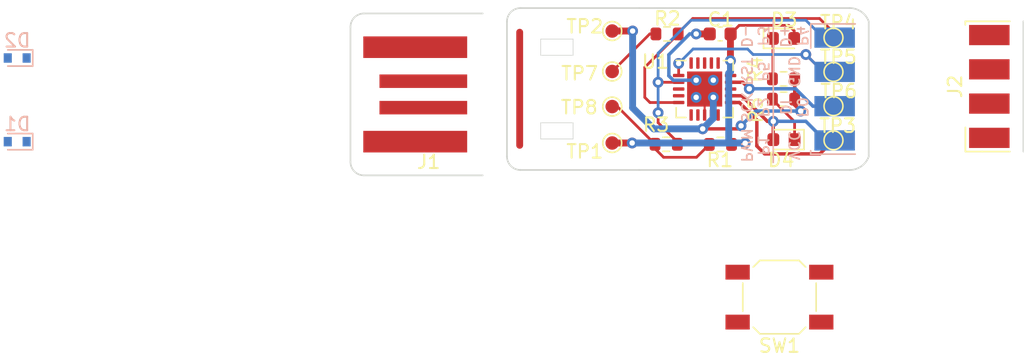
<source format=kicad_pcb>
(kicad_pcb (version 20171130) (host pcbnew "(5.1.9)-1")

  (general
    (thickness 1)
    (drawings 29)
    (tracks 134)
    (zones 0)
    (modules 23)
    (nets 26)
  )

  (page User 200 119.99)
  (title_block
    (title PCB_DigiSpark_MU_ALL)
    (company LEXSION.COM)
  )

  (layers
    (0 F.Cu signal)
    (31 B.Cu signal)
    (32 B.Adhes user)
    (33 F.Adhes user)
    (34 B.Paste user)
    (35 F.Paste user)
    (36 B.SilkS user)
    (37 F.SilkS user)
    (38 B.Mask user)
    (39 F.Mask user)
    (40 Dwgs.User user)
    (41 Cmts.User user)
    (42 Eco1.User user)
    (43 Eco2.User user)
    (44 Edge.Cuts user)
    (45 Margin user)
    (46 B.CrtYd user)
    (47 F.CrtYd user)
    (48 B.Fab user hide)
    (49 F.Fab user hide)
  )

  (setup
    (last_trace_width 0.25)
    (user_trace_width 0.1524)
    (user_trace_width 0.2032)
    (user_trace_width 0.254)
    (user_trace_width 0.508)
    (user_trace_width 0.6)
    (user_trace_width 0.8)
    (user_trace_width 1)
    (trace_clearance 0.2)
    (zone_clearance 0.508)
    (zone_45_only no)
    (trace_min 0.1524)
    (via_size 0.8)
    (via_drill 0.4)
    (via_min_size 0.4)
    (via_min_drill 0.3)
    (user_via 0.5 0.3)
    (user_via 0.6 0.35)
    (user_via 0.8 0.4)
    (uvia_size 0.3)
    (uvia_drill 0.1)
    (uvias_allowed no)
    (uvia_min_size 0.2)
    (uvia_min_drill 0.1)
    (edge_width 0.05)
    (segment_width 0.2)
    (pcb_text_width 0.3)
    (pcb_text_size 1.5 1.5)
    (mod_edge_width 0.12)
    (mod_text_size 1 1)
    (mod_text_width 0.15)
    (pad_size 1.524 1.524)
    (pad_drill 0.762)
    (pad_to_mask_clearance 0)
    (aux_axis_origin 0 0)
    (visible_elements 7FFFFFFF)
    (pcbplotparams
      (layerselection 0x010fc_ffffffff)
      (usegerberextensions false)
      (usegerberattributes true)
      (usegerberadvancedattributes true)
      (creategerberjobfile true)
      (excludeedgelayer true)
      (linewidth 0.100000)
      (plotframeref false)
      (viasonmask false)
      (mode 1)
      (useauxorigin false)
      (hpglpennumber 1)
      (hpglpenspeed 20)
      (hpglpendiameter 15.000000)
      (psnegative false)
      (psa4output false)
      (plotreference true)
      (plotvalue true)
      (plotinvisibletext false)
      (padsonsilk false)
      (subtractmaskfromsilk false)
      (outputformat 1)
      (mirror false)
      (drillshape 1)
      (scaleselection 1)
      (outputdirectory ""))
  )

  (net 0 "")
  (net 1 GND)
  (net 2 +5V)
  (net 3 /C_D-)
  (net 4 /C_D+)
  (net 5 "Net-(D3-Pad1)")
  (net 6 /MISO)
  (net 7 "Net-(D4-Pad1)")
  (net 8 /USB_D+)
  (net 9 /MOSI)
  (net 10 /SCK)
  (net 11 /RST)
  (net 12 /USB_D-)
  (net 13 "Net-(TP6-Pad1)")
  (net 14 "Net-(U1-Pad20)")
  (net 15 "Net-(U1-Pad19)")
  (net 16 "Net-(U1-Pad18)")
  (net 17 "Net-(U1-Pad17)")
  (net 18 "Net-(U1-Pad16)")
  (net 19 "Net-(U1-Pad13)")
  (net 20 "Net-(U1-Pad10)")
  (net 21 "Net-(U1-Pad9)")
  (net 22 "Net-(U1-Pad7)")
  (net 23 "Net-(U1-Pad6)")
  (net 24 "Net-(U1-Pad4)")
  (net 25 "Net-(U1-Pad3)")

  (net_class Default "This is the default net class."
    (clearance 0.2)
    (trace_width 0.25)
    (via_dia 0.8)
    (via_drill 0.4)
    (uvia_dia 0.3)
    (uvia_drill 0.1)
    (add_net +5V)
    (add_net /C_D+)
    (add_net /C_D-)
    (add_net /MISO)
    (add_net /MOSI)
    (add_net /RST)
    (add_net /SCK)
    (add_net /USB_D+)
    (add_net /USB_D-)
    (add_net GND)
    (add_net "Net-(D3-Pad1)")
    (add_net "Net-(D4-Pad1)")
    (add_net "Net-(TP6-Pad1)")
    (add_net "Net-(U1-Pad10)")
    (add_net "Net-(U1-Pad13)")
    (add_net "Net-(U1-Pad16)")
    (add_net "Net-(U1-Pad17)")
    (add_net "Net-(U1-Pad18)")
    (add_net "Net-(U1-Pad19)")
    (add_net "Net-(U1-Pad20)")
    (add_net "Net-(U1-Pad3)")
    (add_net "Net-(U1-Pad4)")
    (add_net "Net-(U1-Pad6)")
    (add_net "Net-(U1-Pad7)")
    (add_net "Net-(U1-Pad9)")
  )

  (module Lex_Connector_PCBEdge:PCBUSB_A_Male (layer F.Cu) (tedit 61758CCE) (tstamp 6176E78C)
    (at 100.7 38.9 180)
    (path /6175BA71)
    (attr virtual)
    (fp_text reference J1 (at 0 -5) (layer F.SilkS)
      (effects (font (size 1 1) (thickness 0.15)))
    )
    (fp_text value USB_A (at -5 0 90) (layer F.Fab)
      (effects (font (size 1 1) (thickness 0.15)))
    )
    (fp_line (start -4.2 6.2) (end -4.2 -6.2) (layer F.CrtYd) (width 0.12))
    (fp_line (start 6 6.2) (end -4.2 6.2) (layer F.CrtYd) (width 0.12))
    (fp_line (start 6 -6.2) (end 6 6.2) (layer F.CrtYd) (width 0.12))
    (fp_line (start -4.2 -6.2) (end 6 -6.2) (layer F.CrtYd) (width 0.12))
    (fp_line (start -4 -6) (end 4.8 -6) (layer Edge.Cuts) (width 0.12))
    (fp_line (start 5.8 -5) (end 5.8 5) (layer Edge.Cuts) (width 0.12))
    (fp_line (start 4.8 6) (end -4 6) (layer Edge.Cuts) (width 0.12))
    (fp_arc (start 4.8 5) (end 4.8 6) (angle -90) (layer Edge.Cuts) (width 0.12))
    (fp_arc (start 4.8 -5) (end 5.8 -5) (angle -90) (layer Edge.Cuts) (width 0.12))
    (pad 1 connect rect (at 1 -3.5 180) (size 7.7 1.6) (layers F.Cu F.Mask)
      (net 2 +5V))
    (pad 4 connect rect (at 1 3.5 180) (size 7.7 1.6) (layers F.Cu F.Mask)
      (net 1 GND))
    (pad 2 connect rect (at 0.4 -0.98 180) (size 6.5 1) (layers F.Cu F.Mask)
      (net 3 /C_D-))
    (pad 3 connect rect (at 0.4 0.98 180) (size 6.5 1) (layers F.Cu F.Mask)
      (net 4 /C_D+))
  )

  (module Lex_Connector_PCBEdge:Lex_Conn_Edge_2.54-4 (layer F.Cu) (tedit 6177593C) (tstamp 6176E79A)
    (at 139.964 38.31)
    (descr Lex_Conn_Edge_2.54-4)
    (path /617D0448)
    (attr smd)
    (fp_text reference J2 (at -0.254 0 90 unlocked) (layer F.SilkS)
      (effects (font (size 1 1) (thickness 0.15)))
    )
    (fp_text value Conn_01x04 (at -3.064 0 90 unlocked) (layer F.Fab)
      (effects (font (size 1 1) (thickness 0.15)))
    )
    (fp_line (start 4.81 -4.826) (end 4.81 4.826) (layer Edge.Cuts) (width 0.12))
    (fp_line (start 0.513 4.826) (end 0.513 3.038) (layer F.SilkS) (width 0.12))
    (fp_line (start 1.763 4.826) (end 0.513 4.826) (layer F.SilkS) (width 0.12))
    (fp_line (start 3.81 4.826) (end 1.763 4.826) (layer F.SilkS) (width 0.12))
    (fp_line (start 0.508 -4.826) (end 0.508 -4.572) (layer F.SilkS) (width 0.12))
    (fp_line (start 3.81 -4.826) (end 0.508 -4.826) (layer F.SilkS) (width 0.12))
    (pad 4 smd rect (at 2.286 3.81 270) (size 1.5 3) (layers F.Cu F.Paste F.Mask)
      (net 2 +5V))
    (pad 3 smd rect (at 2.286 1.27 270) (size 1.5 3) (layers F.Cu F.Paste F.Mask)
      (net 9 /MOSI))
    (pad 2 smd rect (at 2.286 -1.27 270) (size 1.5 3) (layers F.Cu F.Paste F.Mask)
      (net 1 GND))
    (pad 1 smd rect (at 2.286 -3.81 270) (size 1.5 3) (layers F.Cu F.Paste F.Mask)
      (net 8 /USB_D+))
  )

  (module Button_Switch_SMD:SW_SPST_SKQG_WithStem (layer F.Cu) (tedit 5ABAB6AF) (tstamp 6177CD43)
    (at 126.6952 53.9242 180)
    (descr "ALPS 5.2mm Square Low-profile Type (Surface Mount) SKQG Series, With stem, http://www.alps.com/prod/info/E/HTML/Tact/SurfaceMount/SKQG/SKQGAFE010.html")
    (tags "SPST Button Switch")
    (path /61855366)
    (attr smd)
    (fp_text reference SW1 (at 0 -3.6) (layer F.SilkS)
      (effects (font (size 1 1) (thickness 0.15)))
    )
    (fp_text value SW_Push (at 0 3.6) (layer F.Fab)
      (effects (font (size 1 1) (thickness 0.15)))
    )
    (fp_line (start 1.4 -2.6) (end 2.6 -1.4) (layer F.Fab) (width 0.1))
    (fp_line (start 2.6 -1.4) (end 2.6 1.4) (layer F.Fab) (width 0.1))
    (fp_line (start 2.6 1.4) (end 1.4 2.6) (layer F.Fab) (width 0.1))
    (fp_line (start 1.4 2.6) (end -1.4 2.6) (layer F.Fab) (width 0.1))
    (fp_line (start -1.4 2.6) (end -2.6 1.4) (layer F.Fab) (width 0.1))
    (fp_line (start -2.6 1.4) (end -2.6 -1.4) (layer F.Fab) (width 0.1))
    (fp_line (start -2.6 -1.4) (end -1.4 -2.6) (layer F.Fab) (width 0.1))
    (fp_line (start -1.4 -2.6) (end 1.4 -2.6) (layer F.Fab) (width 0.1))
    (fp_line (start -4.25 -2.85) (end -4.25 2.85) (layer F.CrtYd) (width 0.05))
    (fp_line (start 4.25 -2.85) (end -4.25 -2.85) (layer F.CrtYd) (width 0.05))
    (fp_line (start 4.25 2.85) (end 4.25 -2.85) (layer F.CrtYd) (width 0.05))
    (fp_line (start -4.25 2.85) (end 4.25 2.85) (layer F.CrtYd) (width 0.05))
    (fp_line (start -0.95 -1.865) (end 0.95 -1.865) (layer F.Fab) (width 0.1))
    (fp_line (start -1.865 0.95) (end -1.865 -0.95) (layer F.Fab) (width 0.1))
    (fp_line (start 0.95 1.865) (end -0.95 1.865) (layer F.Fab) (width 0.1))
    (fp_line (start 1.865 -0.95) (end 1.865 0.95) (layer F.Fab) (width 0.1))
    (fp_line (start -2.72 1.04) (end -2.72 -1.04) (layer F.SilkS) (width 0.12))
    (fp_line (start 1.45 -2.72) (end 1.94 -2.23) (layer F.SilkS) (width 0.12))
    (fp_circle (center 0 0) (end 1 0) (layer F.Fab) (width 0.1))
    (fp_line (start 2.72 1.04) (end 2.72 -1.04) (layer F.SilkS) (width 0.12))
    (fp_line (start -1.45 -2.72) (end -1.94 -2.23) (layer F.SilkS) (width 0.12))
    (fp_line (start -1.45 -2.72) (end 1.45 -2.72) (layer F.SilkS) (width 0.12))
    (fp_line (start -1.45 2.72) (end -1.94 2.23) (layer F.SilkS) (width 0.12))
    (fp_line (start -1.45 2.72) (end 1.45 2.72) (layer F.SilkS) (width 0.12))
    (fp_line (start 1.45 2.72) (end 1.94 2.23) (layer F.SilkS) (width 0.12))
    (fp_line (start 0.95 1.865) (end 1.865 0.95) (layer F.Fab) (width 0.1))
    (fp_line (start -0.95 1.865) (end -1.865 0.95) (layer F.Fab) (width 0.1))
    (fp_line (start -0.95 -1.865) (end -1.865 -0.95) (layer F.Fab) (width 0.1))
    (fp_line (start 0.95 -1.865) (end 1.865 -0.95) (layer F.Fab) (width 0.1))
    (fp_line (start 4 -1.3) (end 4 1.3) (layer Dwgs.User) (width 0.05))
    (fp_line (start 4 1.3) (end 1 1.3) (layer Dwgs.User) (width 0.05))
    (fp_line (start 1 1.3) (end 1 -1.3) (layer Dwgs.User) (width 0.05))
    (fp_line (start 1 -1.3) (end 4 -1.3) (layer Dwgs.User) (width 0.05))
    (fp_line (start 1 -0.3) (end 2 -1.3) (layer Dwgs.User) (width 0.05))
    (fp_line (start 1 0.7) (end 3 -1.3) (layer Dwgs.User) (width 0.05))
    (fp_line (start 4 -1.3) (end 1.4 1.3) (layer Dwgs.User) (width 0.05))
    (fp_line (start 2.4 1.3) (end 4 -0.3) (layer Dwgs.User) (width 0.05))
    (fp_line (start 4 0.7) (end 3.4 1.3) (layer Dwgs.User) (width 0.05))
    (fp_line (start -1 0.7) (end -1.6 1.3) (layer Dwgs.User) (width 0.05))
    (fp_line (start -4 1.3) (end -4 -1.3) (layer Dwgs.User) (width 0.05))
    (fp_line (start -4 0.7) (end -2 -1.3) (layer Dwgs.User) (width 0.05))
    (fp_line (start -1 1.3) (end -4 1.3) (layer Dwgs.User) (width 0.05))
    (fp_line (start -4 -1.3) (end -1 -1.3) (layer Dwgs.User) (width 0.05))
    (fp_line (start -1 -1.3) (end -3.6 1.3) (layer Dwgs.User) (width 0.05))
    (fp_line (start -2.6 1.3) (end -1 -0.3) (layer Dwgs.User) (width 0.05))
    (fp_line (start -4 -0.3) (end -3 -1.3) (layer Dwgs.User) (width 0.05))
    (fp_line (start -1 -1.3) (end -1 1.3) (layer Dwgs.User) (width 0.05))
    (fp_text user "No F.Cu tracks" (at -2.5 0.2) (layer Cmts.User)
      (effects (font (size 0.2 0.2) (thickness 0.03)))
    )
    (fp_text user "KEEP-OUT ZONE" (at -2.5 -0.2) (layer Cmts.User)
      (effects (font (size 0.2 0.2) (thickness 0.03)))
    )
    (fp_text user "KEEP-OUT ZONE" (at 2.5 -0.2) (layer Cmts.User)
      (effects (font (size 0.2 0.2) (thickness 0.03)))
    )
    (fp_text user "No F.Cu tracks" (at 2.5 0.2) (layer Cmts.User)
      (effects (font (size 0.2 0.2) (thickness 0.03)))
    )
    (fp_text user %R (at 0 0) (layer F.Fab)
      (effects (font (size 0.4 0.4) (thickness 0.06)))
    )
    (pad 2 smd rect (at 3.1 1.85 180) (size 1.8 1.1) (layers F.Cu F.Paste F.Mask)
      (net 1 GND))
    (pad 2 smd rect (at -3.1 1.85 180) (size 1.8 1.1) (layers F.Cu F.Paste F.Mask)
      (net 1 GND))
    (pad 1 smd rect (at 3.1 -1.85 180) (size 1.8 1.1) (layers F.Cu F.Paste F.Mask)
      (net 11 /RST))
    (pad 1 smd rect (at -3.1 -1.85 180) (size 1.8 1.1) (layers F.Cu F.Paste F.Mask)
      (net 11 /RST))
    (model ${KISYS3DMOD}/Button_Switch_SMD.3dshapes/SW_SPST_SKQG_WithStem.wrl
      (at (xyz 0 0 0))
      (scale (xyz 1 1 1))
      (rotate (xyz 0 0 0))
    )
  )

  (module Lex_Connector_PCBEdge:Lex_Conn_Edge_2.54-4 (layer B.Cu) (tedit 6177593C) (tstamp 6176E7A8)
    (at 128.5 38.5)
    (descr Lex_Conn_Edge_2.54-4)
    (path /6177B62A)
    (attr smd)
    (fp_text reference J3 (at 2.4116 -5.226 unlocked) (layer B.SilkS) hide
      (effects (font (size 1 1) (thickness 0.15)) (justify mirror))
    )
    (fp_text value Conn_01x04 (at -3.064 0 -90 unlocked) (layer B.Fab)
      (effects (font (size 1 1) (thickness 0.15)) (justify mirror))
    )
    (fp_line (start 3.81 4.826) (end 0.508 4.826) (layer B.SilkS) (width 0.12))
    (fp_line (start 0.508 4.826) (end 0.508 4.572) (layer B.SilkS) (width 0.12))
    (fp_line (start 3.81 -4.826) (end 1.763 -4.826) (layer B.SilkS) (width 0.12))
    (fp_line (start 1.763 -4.826) (end 0.513 -4.826) (layer B.SilkS) (width 0.12))
    (fp_line (start 0.513 -4.826) (end 0.513 -3.038) (layer B.SilkS) (width 0.12))
    (fp_line (start 4.81 4.826) (end 4.81 -4.826) (layer Edge.Cuts) (width 0.12))
    (pad 4 smd rect (at 2.286 -3.81 90) (size 1.5 3) (layers B.Cu B.Paste B.Mask)
      (net 12 /USB_D-))
    (pad 3 smd rect (at 2.286 -1.27 90) (size 1.5 3) (layers B.Cu B.Paste B.Mask)
      (net 11 /RST))
    (pad 2 smd rect (at 2.286 1.27 90) (size 1.5 3) (layers B.Cu B.Paste B.Mask)
      (net 10 /SCK))
    (pad 1 smd rect (at 2.286 3.81 90) (size 1.5 3) (layers B.Cu B.Paste B.Mask)
      (net 6 /MISO))
  )

  (module Package_DFN_QFN:QFN-20-1EP_4x4mm_P0.5mm_EP2.6x2.6mm (layer F.Cu) (tedit 5DC5F6A3) (tstamp 6176E86B)
    (at 121.15 38.5)
    (descr "QFN, 20 Pin (http://ww1.microchip.com/downloads/en/DeviceDoc/doc2535.pdf#page=164), generated with kicad-footprint-generator ipc_noLead_generator.py")
    (tags "QFN NoLead")
    (path /61754F58)
    (attr smd)
    (fp_text reference U1 (at -3.6496 -2.0256) (layer F.SilkS)
      (effects (font (size 1 1) (thickness 0.15)))
    )
    (fp_text value ATtiny85-20MU (at 0 3.3) (layer F.Fab)
      (effects (font (size 1 1) (thickness 0.15)))
    )
    (fp_line (start 1.385 -2.11) (end 2.11 -2.11) (layer F.SilkS) (width 0.12))
    (fp_line (start 2.11 -2.11) (end 2.11 -1.385) (layer F.SilkS) (width 0.12))
    (fp_line (start -1.385 2.11) (end -2.11 2.11) (layer F.SilkS) (width 0.12))
    (fp_line (start -2.11 2.11) (end -2.11 1.385) (layer F.SilkS) (width 0.12))
    (fp_line (start 1.385 2.11) (end 2.11 2.11) (layer F.SilkS) (width 0.12))
    (fp_line (start 2.11 2.11) (end 2.11 1.385) (layer F.SilkS) (width 0.12))
    (fp_line (start -1.385 -2.11) (end -2.11 -2.11) (layer F.SilkS) (width 0.12))
    (fp_line (start -1 -2) (end 2 -2) (layer F.Fab) (width 0.1))
    (fp_line (start 2 -2) (end 2 2) (layer F.Fab) (width 0.1))
    (fp_line (start 2 2) (end -2 2) (layer F.Fab) (width 0.1))
    (fp_line (start -2 2) (end -2 -1) (layer F.Fab) (width 0.1))
    (fp_line (start -2 -1) (end -1 -2) (layer F.Fab) (width 0.1))
    (fp_line (start -2.6 -2.6) (end -2.6 2.6) (layer F.CrtYd) (width 0.05))
    (fp_line (start -2.6 2.6) (end 2.6 2.6) (layer F.CrtYd) (width 0.05))
    (fp_line (start 2.6 2.6) (end 2.6 -2.6) (layer F.CrtYd) (width 0.05))
    (fp_line (start 2.6 -2.6) (end -2.6 -2.6) (layer F.CrtYd) (width 0.05))
    (fp_text user %R (at 0 0) (layer F.Fab)
      (effects (font (size 1 1) (thickness 0.15)))
    )
    (pad "" smd roundrect (at 0.65 0.65) (size 1.05 1.05) (layers F.Paste) (roundrect_rratio 0.238095))
    (pad "" smd roundrect (at 0.65 -0.65) (size 1.05 1.05) (layers F.Paste) (roundrect_rratio 0.238095))
    (pad "" smd roundrect (at -0.65 0.65) (size 1.05 1.05) (layers F.Paste) (roundrect_rratio 0.238095))
    (pad "" smd roundrect (at -0.65 -0.65) (size 1.05 1.05) (layers F.Paste) (roundrect_rratio 0.238095))
    (pad 21 smd rect (at 0 0) (size 2.6 2.6) (layers F.Cu F.Mask)
      (net 1 GND))
    (pad 20 smd roundrect (at -1 -1.925) (size 0.25 0.85) (layers F.Cu F.Paste F.Mask) (roundrect_rratio 0.25)
      (net 14 "Net-(U1-Pad20)"))
    (pad 19 smd roundrect (at -0.5 -1.925) (size 0.25 0.85) (layers F.Cu F.Paste F.Mask) (roundrect_rratio 0.25)
      (net 15 "Net-(U1-Pad19)"))
    (pad 18 smd roundrect (at 0 -1.925) (size 0.25 0.85) (layers F.Cu F.Paste F.Mask) (roundrect_rratio 0.25)
      (net 16 "Net-(U1-Pad18)"))
    (pad 17 smd roundrect (at 0.5 -1.925) (size 0.25 0.85) (layers F.Cu F.Paste F.Mask) (roundrect_rratio 0.25)
      (net 17 "Net-(U1-Pad17)"))
    (pad 16 smd roundrect (at 1 -1.925) (size 0.25 0.85) (layers F.Cu F.Paste F.Mask) (roundrect_rratio 0.25)
      (net 18 "Net-(U1-Pad16)"))
    (pad 15 smd roundrect (at 1.925 -1) (size 0.85 0.25) (layers F.Cu F.Paste F.Mask) (roundrect_rratio 0.25)
      (net 2 +5V))
    (pad 14 smd roundrect (at 1.925 -0.5) (size 0.85 0.25) (layers F.Cu F.Paste F.Mask) (roundrect_rratio 0.25)
      (net 10 /SCK))
    (pad 13 smd roundrect (at 1.925 0) (size 0.85 0.25) (layers F.Cu F.Paste F.Mask) (roundrect_rratio 0.25)
      (net 19 "Net-(U1-Pad13)"))
    (pad 12 smd roundrect (at 1.925 0.5) (size 0.85 0.25) (layers F.Cu F.Paste F.Mask) (roundrect_rratio 0.25)
      (net 6 /MISO))
    (pad 11 smd roundrect (at 1.925 1) (size 0.85 0.25) (layers F.Cu F.Paste F.Mask) (roundrect_rratio 0.25)
      (net 9 /MOSI))
    (pad 10 smd roundrect (at 1 1.925) (size 0.25 0.85) (layers F.Cu F.Paste F.Mask) (roundrect_rratio 0.25)
      (net 20 "Net-(U1-Pad10)"))
    (pad 9 smd roundrect (at 0.5 1.925) (size 0.25 0.85) (layers F.Cu F.Paste F.Mask) (roundrect_rratio 0.25)
      (net 21 "Net-(U1-Pad9)"))
    (pad 8 smd roundrect (at 0 1.925) (size 0.25 0.85) (layers F.Cu F.Paste F.Mask) (roundrect_rratio 0.25)
      (net 1 GND))
    (pad 7 smd roundrect (at -0.5 1.925) (size 0.25 0.85) (layers F.Cu F.Paste F.Mask) (roundrect_rratio 0.25)
      (net 22 "Net-(U1-Pad7)"))
    (pad 6 smd roundrect (at -1 1.925) (size 0.25 0.85) (layers F.Cu F.Paste F.Mask) (roundrect_rratio 0.25)
      (net 23 "Net-(U1-Pad6)"))
    (pad 5 smd roundrect (at -1.925 1) (size 0.85 0.25) (layers F.Cu F.Paste F.Mask) (roundrect_rratio 0.25)
      (net 8 /USB_D+))
    (pad 4 smd roundrect (at -1.925 0.5) (size 0.85 0.25) (layers F.Cu F.Paste F.Mask) (roundrect_rratio 0.25)
      (net 24 "Net-(U1-Pad4)"))
    (pad 3 smd roundrect (at -1.925 0) (size 0.85 0.25) (layers F.Cu F.Paste F.Mask) (roundrect_rratio 0.25)
      (net 25 "Net-(U1-Pad3)"))
    (pad 2 smd roundrect (at -1.925 -0.5) (size 0.85 0.25) (layers F.Cu F.Paste F.Mask) (roundrect_rratio 0.25)
      (net 12 /USB_D-))
    (pad 1 smd roundrect (at -1.925 -1) (size 0.85 0.25) (layers F.Cu F.Paste F.Mask) (roundrect_rratio 0.25)
      (net 11 /RST))
    (model ${KISYS3DMOD}/Package_DFN_QFN.3dshapes/QFN-20-1EP_4x4mm_P0.5mm_EP2.6x2.6mm.wrl
      (at (xyz 0 0 0))
      (scale (xyz 1 1 1))
      (rotate (xyz 0 0 0))
    )
  )

  (module TestPoint:TestPoint_Pad_D1.0mm (layer F.Cu) (tedit 5A0F774F) (tstamp 6176E83D)
    (at 114.3 39.8)
    (descr "SMD pad as test Point, diameter 1.0mm")
    (tags "test point SMD pad")
    (path /6178A5F8)
    (attr virtual)
    (fp_text reference TP8 (at -2.4384 0.0526) (layer F.SilkS)
      (effects (font (size 1 1) (thickness 0.15)))
    )
    (fp_text value TestPoint_Small (at 0 1.55) (layer F.Fab)
      (effects (font (size 1 1) (thickness 0.15)))
    )
    (fp_circle (center 0 0) (end 1 0) (layer F.CrtYd) (width 0.05))
    (fp_circle (center 0 0) (end 0 0.7) (layer F.SilkS) (width 0.12))
    (fp_text user %R (at 0 -1.45) (layer F.Fab)
      (effects (font (size 1 1) (thickness 0.15)))
    )
    (pad 1 smd circle (at 0 0) (size 1 1) (layers F.Cu F.Mask)
      (net 3 /C_D-))
  )

  (module TestPoint:TestPoint_Pad_D1.0mm (layer F.Cu) (tedit 5A0F774F) (tstamp 6176E835)
    (at 114.3 37.2)
    (descr "SMD pad as test Point, diameter 1.0mm")
    (tags "test point SMD pad")
    (path /6178CFF4)
    (attr virtual)
    (fp_text reference TP7 (at -2.413 0.138) (layer F.SilkS)
      (effects (font (size 1 1) (thickness 0.15)))
    )
    (fp_text value TestPoint_Small (at 0 1.55) (layer F.Fab)
      (effects (font (size 1 1) (thickness 0.15)))
    )
    (fp_circle (center 0 0) (end 1 0) (layer F.CrtYd) (width 0.05))
    (fp_circle (center 0 0) (end 0 0.7) (layer F.SilkS) (width 0.12))
    (fp_text user %R (at 0 -1.45) (layer F.Fab)
      (effects (font (size 1 1) (thickness 0.15)))
    )
    (pad 1 smd circle (at 0 0) (size 1 1) (layers F.Cu F.Mask)
      (net 4 /C_D+))
  )

  (module TestPoint:TestPoint_Pad_D1.0mm (layer F.Cu) (tedit 5A0F774F) (tstamp 6176E82D)
    (at 130.7 39.766666)
    (descr "SMD pad as test Point, diameter 1.0mm")
    (tags "test point SMD pad")
    (path /6178D8C4)
    (attr virtual)
    (fp_text reference TP6 (at 0.3894 -1.107866) (layer F.SilkS)
      (effects (font (size 1 1) (thickness 0.15)))
    )
    (fp_text value TestPoint_Small (at 0 1.55) (layer F.Fab)
      (effects (font (size 1 1) (thickness 0.15)))
    )
    (fp_circle (center 0 0) (end 1 0) (layer F.CrtYd) (width 0.05))
    (fp_circle (center 0 0) (end 0 0.7) (layer F.SilkS) (width 0.12))
    (fp_text user %R (at 0 -1.45) (layer F.Fab)
      (effects (font (size 1 1) (thickness 0.15)))
    )
    (pad 1 smd circle (at 0 0) (size 1 1) (layers F.Cu F.Mask)
      (net 13 "Net-(TP6-Pad1)"))
  )

  (module TestPoint:TestPoint_Pad_D1.0mm (layer F.Cu) (tedit 5A0F774F) (tstamp 6176E825)
    (at 130.7 37.233333)
    (descr "SMD pad as test Point, diameter 1.0mm")
    (tags "test point SMD pad")
    (path /6178D703)
    (attr virtual)
    (fp_text reference TP5 (at 0.364 -1.114533) (layer F.SilkS)
      (effects (font (size 1 1) (thickness 0.15)))
    )
    (fp_text value TestPoint_Small (at 0 1.55) (layer F.Fab)
      (effects (font (size 1 1) (thickness 0.15)))
    )
    (fp_circle (center 0 0) (end 1 0) (layer F.CrtYd) (width 0.05))
    (fp_circle (center 0 0) (end 0 0.7) (layer F.SilkS) (width 0.12))
    (fp_text user %R (at 0 -1.45) (layer F.Fab)
      (effects (font (size 1 1) (thickness 0.15)))
    )
    (pad 1 smd circle (at 0 0) (size 1 1) (layers F.Cu F.Mask)
      (net 11 /RST))
  )

  (module TestPoint:TestPoint_Pad_D1.0mm (layer F.Cu) (tedit 5A0F774F) (tstamp 6176E81D)
    (at 130.7 34.7)
    (descr "SMD pad as test Point, diameter 1.0mm")
    (tags "test point SMD pad")
    (path /6178D45E)
    (attr virtual)
    (fp_text reference TP4 (at 0.364 -1.1466) (layer F.SilkS)
      (effects (font (size 1 1) (thickness 0.15)))
    )
    (fp_text value TestPoint_Small (at 0 1.55) (layer F.Fab)
      (effects (font (size 1 1) (thickness 0.15)))
    )
    (fp_circle (center 0 0) (end 1 0) (layer F.CrtYd) (width 0.05))
    (fp_circle (center 0 0) (end 0 0.7) (layer F.SilkS) (width 0.12))
    (fp_text user %R (at 0 -1.45) (layer F.Fab)
      (effects (font (size 1 1) (thickness 0.15)))
    )
    (pad 1 smd circle (at 0 0) (size 1 1) (layers F.Cu F.Mask)
      (net 8 /USB_D+))
  )

  (module TestPoint:TestPoint_Pad_D1.0mm (layer F.Cu) (tedit 5A0F774F) (tstamp 6176E815)
    (at 130.7 42.3)
    (descr "SMD pad as test Point, diameter 1.0mm")
    (tags "test point SMD pad")
    (path /6178D329)
    (attr virtual)
    (fp_text reference TP3 (at 0.3132 -1.0758) (layer F.SilkS)
      (effects (font (size 1.016 1) (thickness 0.1524)))
    )
    (fp_text value TestPoint_Small (at 0 1.55) (layer F.Fab)
      (effects (font (size 1 1) (thickness 0.15)))
    )
    (fp_circle (center 0 0) (end 1 0) (layer F.CrtYd) (width 0.05))
    (fp_circle (center 0 0) (end 0 0.7) (layer F.SilkS) (width 0.12))
    (fp_text user %R (at 0 -1.45) (layer F.Fab)
      (effects (font (size 1 1) (thickness 0.15)))
    )
    (pad 1 smd circle (at 0 0) (size 1 1) (layers F.Cu F.Mask)
      (net 9 /MOSI))
  )

  (module TestPoint:TestPoint_Pad_D1.0mm (layer F.Cu) (tedit 5A0F774F) (tstamp 6176E80D)
    (at 114.3 34.2)
    (descr "SMD pad as test Point, diameter 1.0mm")
    (tags "test point SMD pad")
    (path /6178D1BF)
    (attr virtual)
    (fp_text reference TP2 (at -2.032 -0.3418) (layer F.SilkS)
      (effects (font (size 1 1) (thickness 0.15)))
    )
    (fp_text value TestPoint_Small (at 0 1.55) (layer F.Fab)
      (effects (font (size 1 1) (thickness 0.15)))
    )
    (fp_circle (center 0 0) (end 1 0) (layer F.CrtYd) (width 0.05))
    (fp_circle (center 0 0) (end 0 0.7) (layer F.SilkS) (width 0.12))
    (fp_text user %R (at 0 -1.45) (layer F.Fab)
      (effects (font (size 1 1) (thickness 0.15)))
    )
    (pad 1 smd circle (at 0 0) (size 1 1) (layers F.Cu F.Mask)
      (net 1 GND))
  )

  (module TestPoint:TestPoint_Pad_D1.0mm (layer F.Cu) (tedit 5A0F774F) (tstamp 6176E805)
    (at 114.3 42.5)
    (descr "SMD pad as test Point, diameter 1.0mm")
    (tags "test point SMD pad")
    (path /6178D107)
    (attr virtual)
    (fp_text reference TP1 (at -2.032 0.6292) (layer F.SilkS)
      (effects (font (size 1 1) (thickness 0.15)))
    )
    (fp_text value TestPoint_Small (at 0 1.55) (layer F.Fab)
      (effects (font (size 1 1) (thickness 0.15)))
    )
    (fp_circle (center 0 0) (end 1 0) (layer F.CrtYd) (width 0.05))
    (fp_circle (center 0 0) (end 0 0.7) (layer F.SilkS) (width 0.12))
    (fp_text user %R (at 0 -1.45) (layer F.Fab)
      (effects (font (size 1 1) (thickness 0.15)))
    )
    (pad 1 smd circle (at 0 0) (size 1 1) (layers F.Cu F.Mask)
      (net 2 +5V))
  )

  (module Resistor_SMD:R_0603_1608Metric (layer F.Cu) (tedit 5F68FEEE) (tstamp 6176E7FD)
    (at 127 39.25)
    (descr "Resistor SMD 0603 (1608 Metric), square (rectangular) end terminal, IPC_7351 nominal, (Body size source: IPC-SM-782 page 72, https://www.pcb-3d.com/wordpress/wp-content/uploads/ipc-sm-782a_amendment_1_and_2.pdf), generated with kicad-footprint-generator")
    (tags resistor)
    (path /6176E826)
    (attr smd)
    (fp_text reference R5 (at -2.0574 0.8058 90) (layer F.SilkS)
      (effects (font (size 1 1) (thickness 0.15)))
    )
    (fp_text value 1K (at 0 1.43) (layer F.Fab)
      (effects (font (size 1 1) (thickness 0.15)))
    )
    (fp_line (start -0.8 0.4125) (end -0.8 -0.4125) (layer F.Fab) (width 0.1))
    (fp_line (start -0.8 -0.4125) (end 0.8 -0.4125) (layer F.Fab) (width 0.1))
    (fp_line (start 0.8 -0.4125) (end 0.8 0.4125) (layer F.Fab) (width 0.1))
    (fp_line (start 0.8 0.4125) (end -0.8 0.4125) (layer F.Fab) (width 0.1))
    (fp_line (start -0.237258 -0.5225) (end 0.237258 -0.5225) (layer F.SilkS) (width 0.12))
    (fp_line (start -0.237258 0.5225) (end 0.237258 0.5225) (layer F.SilkS) (width 0.12))
    (fp_line (start -1.48 0.73) (end -1.48 -0.73) (layer F.CrtYd) (width 0.05))
    (fp_line (start -1.48 -0.73) (end 1.48 -0.73) (layer F.CrtYd) (width 0.05))
    (fp_line (start 1.48 -0.73) (end 1.48 0.73) (layer F.CrtYd) (width 0.05))
    (fp_line (start 1.48 0.73) (end -1.48 0.73) (layer F.CrtYd) (width 0.05))
    (fp_text user %R (at 0 0) (layer F.Fab)
      (effects (font (size 0.4 0.4) (thickness 0.06)))
    )
    (pad 2 smd roundrect (at 0.825 0) (size 0.8 0.95) (layers F.Cu F.Paste F.Mask) (roundrect_rratio 0.25)
      (net 1 GND))
    (pad 1 smd roundrect (at -0.825 0) (size 0.8 0.95) (layers F.Cu F.Paste F.Mask) (roundrect_rratio 0.25)
      (net 7 "Net-(D4-Pad1)"))
    (model ${KISYS3DMOD}/Resistor_SMD.3dshapes/R_0603_1608Metric.wrl
      (at (xyz 0 0 0))
      (scale (xyz 1 1 1))
      (rotate (xyz 0 0 0))
    )
  )

  (module Resistor_SMD:R_0603_1608Metric (layer F.Cu) (tedit 5F68FEEE) (tstamp 6176E7EC)
    (at 127 37.75)
    (descr "Resistor SMD 0603 (1608 Metric), square (rectangular) end terminal, IPC_7351 nominal, (Body size source: IPC-SM-782 page 72, https://www.pcb-3d.com/wordpress/wp-content/uploads/ipc-sm-782a_amendment_1_and_2.pdf), generated with kicad-footprint-generator")
    (tags resistor)
    (path /6176C576)
    (attr smd)
    (fp_text reference R4 (at -2.0828 -0.6914 90) (layer F.SilkS)
      (effects (font (size 1 1) (thickness 0.15)))
    )
    (fp_text value 1K (at 0 1.43) (layer F.Fab)
      (effects (font (size 1 1) (thickness 0.15)))
    )
    (fp_line (start -0.8 0.4125) (end -0.8 -0.4125) (layer F.Fab) (width 0.1))
    (fp_line (start -0.8 -0.4125) (end 0.8 -0.4125) (layer F.Fab) (width 0.1))
    (fp_line (start 0.8 -0.4125) (end 0.8 0.4125) (layer F.Fab) (width 0.1))
    (fp_line (start 0.8 0.4125) (end -0.8 0.4125) (layer F.Fab) (width 0.1))
    (fp_line (start -0.237258 -0.5225) (end 0.237258 -0.5225) (layer F.SilkS) (width 0.12))
    (fp_line (start -0.237258 0.5225) (end 0.237258 0.5225) (layer F.SilkS) (width 0.12))
    (fp_line (start -1.48 0.73) (end -1.48 -0.73) (layer F.CrtYd) (width 0.05))
    (fp_line (start -1.48 -0.73) (end 1.48 -0.73) (layer F.CrtYd) (width 0.05))
    (fp_line (start 1.48 -0.73) (end 1.48 0.73) (layer F.CrtYd) (width 0.05))
    (fp_line (start 1.48 0.73) (end -1.48 0.73) (layer F.CrtYd) (width 0.05))
    (fp_text user %R (at 0 0) (layer F.Fab)
      (effects (font (size 0.4 0.4) (thickness 0.06)))
    )
    (pad 2 smd roundrect (at 0.825 0) (size 0.8 0.95) (layers F.Cu F.Paste F.Mask) (roundrect_rratio 0.25)
      (net 1 GND))
    (pad 1 smd roundrect (at -0.825 0) (size 0.8 0.95) (layers F.Cu F.Paste F.Mask) (roundrect_rratio 0.25)
      (net 5 "Net-(D3-Pad1)"))
    (model ${KISYS3DMOD}/Resistor_SMD.3dshapes/R_0603_1608Metric.wrl
      (at (xyz 0 0 0))
      (scale (xyz 1 1 1))
      (rotate (xyz 0 0 0))
    )
  )

  (module Resistor_SMD:R_0603_1608Metric (layer F.Cu) (tedit 5F68FEEE) (tstamp 6176E7DB)
    (at 118.301 42.5958)
    (descr "Resistor SMD 0603 (1608 Metric), square (rectangular) end terminal, IPC_7351 nominal, (Body size source: IPC-SM-782 page 72, https://www.pcb-3d.com/wordpress/wp-content/uploads/ipc-sm-782a_amendment_1_and_2.pdf), generated with kicad-footprint-generator")
    (tags resistor)
    (path /6176A308)
    (attr smd)
    (fp_text reference R3 (at -0.7498 -1.4478) (layer F.SilkS)
      (effects (font (size 1 1) (thickness 0.15)))
    )
    (fp_text value 68R (at 0 1.43) (layer F.Fab)
      (effects (font (size 1 1) (thickness 0.15)))
    )
    (fp_line (start -0.8 0.4125) (end -0.8 -0.4125) (layer F.Fab) (width 0.1))
    (fp_line (start -0.8 -0.4125) (end 0.8 -0.4125) (layer F.Fab) (width 0.1))
    (fp_line (start 0.8 -0.4125) (end 0.8 0.4125) (layer F.Fab) (width 0.1))
    (fp_line (start 0.8 0.4125) (end -0.8 0.4125) (layer F.Fab) (width 0.1))
    (fp_line (start -0.237258 -0.5225) (end 0.237258 -0.5225) (layer F.SilkS) (width 0.12))
    (fp_line (start -0.237258 0.5225) (end 0.237258 0.5225) (layer F.SilkS) (width 0.12))
    (fp_line (start -1.48 0.73) (end -1.48 -0.73) (layer F.CrtYd) (width 0.05))
    (fp_line (start -1.48 -0.73) (end 1.48 -0.73) (layer F.CrtYd) (width 0.05))
    (fp_line (start 1.48 -0.73) (end 1.48 0.73) (layer F.CrtYd) (width 0.05))
    (fp_line (start 1.48 0.73) (end -1.48 0.73) (layer F.CrtYd) (width 0.05))
    (fp_text user %R (at 0 0) (layer F.Fab)
      (effects (font (size 0.4 0.4) (thickness 0.06)))
    )
    (pad 2 smd roundrect (at 0.825 0) (size 0.8 0.95) (layers F.Cu F.Paste F.Mask) (roundrect_rratio 0.25)
      (net 12 /USB_D-))
    (pad 1 smd roundrect (at -0.825 0) (size 0.8 0.95) (layers F.Cu F.Paste F.Mask) (roundrect_rratio 0.25)
      (net 3 /C_D-))
    (model ${KISYS3DMOD}/Resistor_SMD.3dshapes/R_0603_1608Metric.wrl
      (at (xyz 0 0 0))
      (scale (xyz 1 1 1))
      (rotate (xyz 0 0 0))
    )
  )

  (module Resistor_SMD:R_0603_1608Metric (layer F.Cu) (tedit 5F68FEEE) (tstamp 6176E7CA)
    (at 118.364 34.417)
    (descr "Resistor SMD 0603 (1608 Metric), square (rectangular) end terminal, IPC_7351 nominal, (Body size source: IPC-SM-782 page 72, https://www.pcb-3d.com/wordpress/wp-content/uploads/ipc-sm-782a_amendment_1_and_2.pdf), generated with kicad-footprint-generator")
    (tags resistor)
    (path /6176BA6B)
    (attr smd)
    (fp_text reference R2 (at 0.0254 -1.143) (layer F.SilkS)
      (effects (font (size 1 1) (thickness 0.15)))
    )
    (fp_text value 68R (at 0 1.43) (layer F.Fab)
      (effects (font (size 1 1) (thickness 0.15)))
    )
    (fp_line (start -0.8 0.4125) (end -0.8 -0.4125) (layer F.Fab) (width 0.1))
    (fp_line (start -0.8 -0.4125) (end 0.8 -0.4125) (layer F.Fab) (width 0.1))
    (fp_line (start 0.8 -0.4125) (end 0.8 0.4125) (layer F.Fab) (width 0.1))
    (fp_line (start 0.8 0.4125) (end -0.8 0.4125) (layer F.Fab) (width 0.1))
    (fp_line (start -0.237258 -0.5225) (end 0.237258 -0.5225) (layer F.SilkS) (width 0.12))
    (fp_line (start -0.237258 0.5225) (end 0.237258 0.5225) (layer F.SilkS) (width 0.12))
    (fp_line (start -1.48 0.73) (end -1.48 -0.73) (layer F.CrtYd) (width 0.05))
    (fp_line (start -1.48 -0.73) (end 1.48 -0.73) (layer F.CrtYd) (width 0.05))
    (fp_line (start 1.48 -0.73) (end 1.48 0.73) (layer F.CrtYd) (width 0.05))
    (fp_line (start 1.48 0.73) (end -1.48 0.73) (layer F.CrtYd) (width 0.05))
    (fp_text user %R (at 0 0) (layer F.Fab)
      (effects (font (size 0.4 0.4) (thickness 0.06)))
    )
    (pad 2 smd roundrect (at 0.825 0) (size 0.8 0.95) (layers F.Cu F.Paste F.Mask) (roundrect_rratio 0.25)
      (net 8 /USB_D+))
    (pad 1 smd roundrect (at -0.825 0) (size 0.8 0.95) (layers F.Cu F.Paste F.Mask) (roundrect_rratio 0.25)
      (net 4 /C_D+))
    (model ${KISYS3DMOD}/Resistor_SMD.3dshapes/R_0603_1608Metric.wrl
      (at (xyz 0 0 0))
      (scale (xyz 1 1 1))
      (rotate (xyz 0 0 0))
    )
  )

  (module Resistor_SMD:R_0603_1608Metric (layer F.Cu) (tedit 5F68FEEE) (tstamp 6176E7B9)
    (at 122.321 42.608 180)
    (descr "Resistor SMD 0603 (1608 Metric), square (rectangular) end terminal, IPC_7351 nominal, (Body size source: IPC-SM-782 page 72, https://www.pcb-3d.com/wordpress/wp-content/uploads/ipc-sm-782a_amendment_1_and_2.pdf), generated with kicad-footprint-generator")
    (tags resistor)
    (path /617696D9)
    (attr smd)
    (fp_text reference R1 (at 0.0454 -1.1562) (layer F.SilkS)
      (effects (font (size 1 1) (thickness 0.15)))
    )
    (fp_text value 1K5 (at 0 1.43) (layer F.Fab)
      (effects (font (size 1 1) (thickness 0.15)))
    )
    (fp_line (start -0.8 0.4125) (end -0.8 -0.4125) (layer F.Fab) (width 0.1))
    (fp_line (start -0.8 -0.4125) (end 0.8 -0.4125) (layer F.Fab) (width 0.1))
    (fp_line (start 0.8 -0.4125) (end 0.8 0.4125) (layer F.Fab) (width 0.1))
    (fp_line (start 0.8 0.4125) (end -0.8 0.4125) (layer F.Fab) (width 0.1))
    (fp_line (start -0.237258 -0.5225) (end 0.237258 -0.5225) (layer F.SilkS) (width 0.12))
    (fp_line (start -0.237258 0.5225) (end 0.237258 0.5225) (layer F.SilkS) (width 0.12))
    (fp_line (start -1.48 0.73) (end -1.48 -0.73) (layer F.CrtYd) (width 0.05))
    (fp_line (start -1.48 -0.73) (end 1.48 -0.73) (layer F.CrtYd) (width 0.05))
    (fp_line (start 1.48 -0.73) (end 1.48 0.73) (layer F.CrtYd) (width 0.05))
    (fp_line (start 1.48 0.73) (end -1.48 0.73) (layer F.CrtYd) (width 0.05))
    (fp_text user %R (at 0 0) (layer F.Fab)
      (effects (font (size 0.4 0.4) (thickness 0.06)))
    )
    (pad 2 smd roundrect (at 0.825 0 180) (size 0.8 0.95) (layers F.Cu F.Paste F.Mask) (roundrect_rratio 0.25)
      (net 3 /C_D-))
    (pad 1 smd roundrect (at -0.825 0 180) (size 0.8 0.95) (layers F.Cu F.Paste F.Mask) (roundrect_rratio 0.25)
      (net 2 +5V))
    (model ${KISYS3DMOD}/Resistor_SMD.3dshapes/R_0603_1608Metric.wrl
      (at (xyz 0 0 0))
      (scale (xyz 1 1 1))
      (rotate (xyz 0 0 0))
    )
  )

  (module LED_SMD:LED_0603_1608Metric (layer F.Cu) (tedit 5F68FEF1) (tstamp 6176E77B)
    (at 127.03 42.25 180)
    (descr "LED SMD 0603 (1608 Metric), square (rectangular) end terminal, IPC_7351 nominal, (Body size source: http://www.tortai-tech.com/upload/download/2011102023233369053.pdf), generated with kicad-footprint-generator")
    (tags LED)
    (path /6177164F)
    (attr smd)
    (fp_text reference D4 (at 0.2078 -1.5142) (layer F.SilkS)
      (effects (font (size 1 1) (thickness 0.15)))
    )
    (fp_text value LED (at 0 1.43) (layer F.Fab)
      (effects (font (size 1 1) (thickness 0.15)))
    )
    (fp_line (start 0.8 -0.4) (end -0.5 -0.4) (layer F.Fab) (width 0.1))
    (fp_line (start -0.5 -0.4) (end -0.8 -0.1) (layer F.Fab) (width 0.1))
    (fp_line (start -0.8 -0.1) (end -0.8 0.4) (layer F.Fab) (width 0.1))
    (fp_line (start -0.8 0.4) (end 0.8 0.4) (layer F.Fab) (width 0.1))
    (fp_line (start 0.8 0.4) (end 0.8 -0.4) (layer F.Fab) (width 0.1))
    (fp_line (start 0.8 -0.735) (end -1.485 -0.735) (layer F.SilkS) (width 0.12))
    (fp_line (start -1.485 -0.735) (end -1.485 0.735) (layer F.SilkS) (width 0.12))
    (fp_line (start -1.485 0.735) (end 0.8 0.735) (layer F.SilkS) (width 0.12))
    (fp_line (start -1.48 0.73) (end -1.48 -0.73) (layer F.CrtYd) (width 0.05))
    (fp_line (start -1.48 -0.73) (end 1.48 -0.73) (layer F.CrtYd) (width 0.05))
    (fp_line (start 1.48 -0.73) (end 1.48 0.73) (layer F.CrtYd) (width 0.05))
    (fp_line (start 1.48 0.73) (end -1.48 0.73) (layer F.CrtYd) (width 0.05))
    (fp_text user %R (at 0 0) (layer F.Fab)
      (effects (font (size 0.4 0.4) (thickness 0.06)))
    )
    (pad 2 smd roundrect (at 0.7875 0 180) (size 0.875 0.95) (layers F.Cu F.Paste F.Mask) (roundrect_rratio 0.25)
      (net 6 /MISO))
    (pad 1 smd roundrect (at -0.7875 0 180) (size 0.875 0.95) (layers F.Cu F.Paste F.Mask) (roundrect_rratio 0.25)
      (net 7 "Net-(D4-Pad1)"))
    (model ${KISYS3DMOD}/LED_SMD.3dshapes/LED_0603_1608Metric.wrl
      (at (xyz 0 0 0))
      (scale (xyz 1 1 1))
      (rotate (xyz 0 0 0))
    )
  )

  (module LED_SMD:LED_0603_1608Metric (layer F.Cu) (tedit 5F68FEF1) (tstamp 6176E768)
    (at 127 34.75)
    (descr "LED SMD 0603 (1608 Metric), square (rectangular) end terminal, IPC_7351 nominal, (Body size source: http://www.tortai-tech.com/upload/download/2011102023233369053.pdf), generated with kicad-footprint-generator")
    (tags LED)
    (path /6176F289)
    (attr smd)
    (fp_text reference D3 (at 0.0508 -1.3744 180) (layer F.SilkS)
      (effects (font (size 1 1) (thickness 0.15)))
    )
    (fp_text value PWR (at 0 1.43) (layer F.Fab)
      (effects (font (size 1 1) (thickness 0.15)))
    )
    (fp_line (start 0.8 -0.4) (end -0.5 -0.4) (layer F.Fab) (width 0.1))
    (fp_line (start -0.5 -0.4) (end -0.8 -0.1) (layer F.Fab) (width 0.1))
    (fp_line (start -0.8 -0.1) (end -0.8 0.4) (layer F.Fab) (width 0.1))
    (fp_line (start -0.8 0.4) (end 0.8 0.4) (layer F.Fab) (width 0.1))
    (fp_line (start 0.8 0.4) (end 0.8 -0.4) (layer F.Fab) (width 0.1))
    (fp_line (start 0.8 -0.735) (end -1.485 -0.735) (layer F.SilkS) (width 0.12))
    (fp_line (start -1.485 -0.735) (end -1.485 0.735) (layer F.SilkS) (width 0.12))
    (fp_line (start -1.485 0.735) (end 0.8 0.735) (layer F.SilkS) (width 0.12))
    (fp_line (start -1.48 0.73) (end -1.48 -0.73) (layer F.CrtYd) (width 0.05))
    (fp_line (start -1.48 -0.73) (end 1.48 -0.73) (layer F.CrtYd) (width 0.05))
    (fp_line (start 1.48 -0.73) (end 1.48 0.73) (layer F.CrtYd) (width 0.05))
    (fp_line (start 1.48 0.73) (end -1.48 0.73) (layer F.CrtYd) (width 0.05))
    (fp_text user %R (at 0.02 0) (layer F.Fab)
      (effects (font (size 0.4 0.4) (thickness 0.06)))
    )
    (pad 2 smd roundrect (at 0.7875 0) (size 0.875 0.95) (layers F.Cu F.Paste F.Mask) (roundrect_rratio 0.25)
      (net 2 +5V))
    (pad 1 smd roundrect (at -0.7875 0) (size 0.875 0.95) (layers F.Cu F.Paste F.Mask) (roundrect_rratio 0.25)
      (net 5 "Net-(D3-Pad1)"))
    (model ${KISYS3DMOD}/LED_SMD.3dshapes/LED_0603_1608Metric.wrl
      (at (xyz 0 0 0))
      (scale (xyz 1 1 1))
      (rotate (xyz 0 0 0))
    )
  )

  (module Diode_SMD:D_SOD-523 (layer B.Cu) (tedit 586419F0) (tstamp 6176E755)
    (at 70.2 36.2 180)
    (descr "http://www.diodes.com/datasheets/ap02001.pdf p.144")
    (tags "Diode SOD523")
    (path /6177939B)
    (attr smd)
    (fp_text reference D2 (at 0 1.3) (layer B.SilkS)
      (effects (font (size 1 1) (thickness 0.15)) (justify mirror))
    )
    (fp_text value DZ2S036X0L (at 0 -1.4) (layer B.Fab)
      (effects (font (size 1 1) (thickness 0.15)) (justify mirror))
    )
    (fp_line (start -1.15 0.6) (end -1.15 -0.6) (layer B.SilkS) (width 0.12))
    (fp_line (start 1.25 0.7) (end 1.25 -0.7) (layer B.CrtYd) (width 0.05))
    (fp_line (start -1.25 0.7) (end 1.25 0.7) (layer B.CrtYd) (width 0.05))
    (fp_line (start -1.25 -0.7) (end -1.25 0.7) (layer B.CrtYd) (width 0.05))
    (fp_line (start 1.25 -0.7) (end -1.25 -0.7) (layer B.CrtYd) (width 0.05))
    (fp_line (start 0.1 0) (end 0.25 0) (layer B.Fab) (width 0.1))
    (fp_line (start 0.1 0.2) (end -0.2 0) (layer B.Fab) (width 0.1))
    (fp_line (start 0.1 -0.2) (end 0.1 0.2) (layer B.Fab) (width 0.1))
    (fp_line (start -0.2 0) (end 0.1 -0.2) (layer B.Fab) (width 0.1))
    (fp_line (start -0.2 0) (end -0.35 0) (layer B.Fab) (width 0.1))
    (fp_line (start -0.2 -0.2) (end -0.2 0.2) (layer B.Fab) (width 0.1))
    (fp_line (start 0.65 0.45) (end 0.65 -0.45) (layer B.Fab) (width 0.1))
    (fp_line (start -0.65 0.45) (end 0.65 0.45) (layer B.Fab) (width 0.1))
    (fp_line (start -0.65 -0.45) (end -0.65 0.45) (layer B.Fab) (width 0.1))
    (fp_line (start 0.65 -0.45) (end -0.65 -0.45) (layer B.Fab) (width 0.1))
    (fp_line (start 0.7 0.6) (end -1.15 0.6) (layer B.SilkS) (width 0.12))
    (fp_line (start 0.7 -0.6) (end -1.15 -0.6) (layer B.SilkS) (width 0.12))
    (fp_text user %R (at 0 1.3) (layer B.Fab)
      (effects (font (size 1 1) (thickness 0.15)) (justify mirror))
    )
    (pad 1 smd rect (at -0.7 0) (size 0.6 0.7) (layers B.Cu B.Paste B.Mask)
      (net 4 /C_D+))
    (pad 2 smd rect (at 0.7 0) (size 0.6 0.7) (layers B.Cu B.Paste B.Mask)
      (net 1 GND))
    (model ${KISYS3DMOD}/Diode_SMD.3dshapes/D_SOD-523.wrl
      (at (xyz 0 0 0))
      (scale (xyz 1 1 1))
      (rotate (xyz 0 0 0))
    )
  )

  (module Diode_SMD:D_SOD-523 (layer B.Cu) (tedit 586419F0) (tstamp 6176E73D)
    (at 70.2 42.4 180)
    (descr "http://www.diodes.com/datasheets/ap02001.pdf p.144")
    (tags "Diode SOD523")
    (path /61773051)
    (attr smd)
    (fp_text reference D1 (at 0 1.3) (layer B.SilkS)
      (effects (font (size 1 1) (thickness 0.15)) (justify mirror))
    )
    (fp_text value DZ2S036X0L (at 0 -1.4) (layer B.Fab)
      (effects (font (size 1 1) (thickness 0.15)) (justify mirror))
    )
    (fp_line (start -1.15 0.6) (end -1.15 -0.6) (layer B.SilkS) (width 0.12))
    (fp_line (start 1.25 0.7) (end 1.25 -0.7) (layer B.CrtYd) (width 0.05))
    (fp_line (start -1.25 0.7) (end 1.25 0.7) (layer B.CrtYd) (width 0.05))
    (fp_line (start -1.25 -0.7) (end -1.25 0.7) (layer B.CrtYd) (width 0.05))
    (fp_line (start 1.25 -0.7) (end -1.25 -0.7) (layer B.CrtYd) (width 0.05))
    (fp_line (start 0.1 0) (end 0.25 0) (layer B.Fab) (width 0.1))
    (fp_line (start 0.1 0.2) (end -0.2 0) (layer B.Fab) (width 0.1))
    (fp_line (start 0.1 -0.2) (end 0.1 0.2) (layer B.Fab) (width 0.1))
    (fp_line (start -0.2 0) (end 0.1 -0.2) (layer B.Fab) (width 0.1))
    (fp_line (start -0.2 0) (end -0.35 0) (layer B.Fab) (width 0.1))
    (fp_line (start -0.2 -0.2) (end -0.2 0.2) (layer B.Fab) (width 0.1))
    (fp_line (start 0.65 0.45) (end 0.65 -0.45) (layer B.Fab) (width 0.1))
    (fp_line (start -0.65 0.45) (end 0.65 0.45) (layer B.Fab) (width 0.1))
    (fp_line (start -0.65 -0.45) (end -0.65 0.45) (layer B.Fab) (width 0.1))
    (fp_line (start 0.65 -0.45) (end -0.65 -0.45) (layer B.Fab) (width 0.1))
    (fp_line (start 0.7 0.6) (end -1.15 0.6) (layer B.SilkS) (width 0.12))
    (fp_line (start 0.7 -0.6) (end -1.15 -0.6) (layer B.SilkS) (width 0.12))
    (fp_text user %R (at 0 1.3) (layer B.Fab)
      (effects (font (size 1 1) (thickness 0.15)) (justify mirror))
    )
    (pad 1 smd rect (at -0.7 0) (size 0.6 0.7) (layers B.Cu B.Paste B.Mask)
      (net 3 /C_D-))
    (pad 2 smd rect (at 0.7 0) (size 0.6 0.7) (layers B.Cu B.Paste B.Mask)
      (net 1 GND))
    (model ${KISYS3DMOD}/Diode_SMD.3dshapes/D_SOD-523.wrl
      (at (xyz 0 0 0))
      (scale (xyz 1 1 1))
      (rotate (xyz 0 0 0))
    )
  )

  (module Capacitor_SMD:C_0603_1608Metric (layer F.Cu) (tedit 5F68FEEE) (tstamp 6176E725)
    (at 122.301 34.417 180)
    (descr "Capacitor SMD 0603 (1608 Metric), square (rectangular) end terminal, IPC_7351 nominal, (Body size source: IPC-SM-782 page 76, https://www.pcb-3d.com/wordpress/wp-content/uploads/ipc-sm-782a_amendment_1_and_2.pdf), generated with kicad-footprint-generator")
    (tags capacitor)
    (path /61768B27)
    (attr smd)
    (fp_text reference C1 (at -0.0508 1.0668) (layer F.SilkS)
      (effects (font (size 1 1) (thickness 0.15)))
    )
    (fp_text value 4.7uf (at 0 1.43) (layer F.Fab)
      (effects (font (size 1 1) (thickness 0.15)))
    )
    (fp_line (start -0.8 0.4) (end -0.8 -0.4) (layer F.Fab) (width 0.1))
    (fp_line (start -0.8 -0.4) (end 0.8 -0.4) (layer F.Fab) (width 0.1))
    (fp_line (start 0.8 -0.4) (end 0.8 0.4) (layer F.Fab) (width 0.1))
    (fp_line (start 0.8 0.4) (end -0.8 0.4) (layer F.Fab) (width 0.1))
    (fp_line (start -0.14058 -0.51) (end 0.14058 -0.51) (layer F.SilkS) (width 0.12))
    (fp_line (start -0.14058 0.51) (end 0.14058 0.51) (layer F.SilkS) (width 0.12))
    (fp_line (start -1.48 0.73) (end -1.48 -0.73) (layer F.CrtYd) (width 0.05))
    (fp_line (start -1.48 -0.73) (end 1.48 -0.73) (layer F.CrtYd) (width 0.05))
    (fp_line (start 1.48 -0.73) (end 1.48 0.73) (layer F.CrtYd) (width 0.05))
    (fp_line (start 1.48 0.73) (end -1.48 0.73) (layer F.CrtYd) (width 0.05))
    (fp_text user %R (at 0 0) (layer F.Fab)
      (effects (font (size 0.4 0.4) (thickness 0.06)))
    )
    (pad 2 smd roundrect (at 0.775 0 180) (size 0.9 0.95) (layers F.Cu F.Paste F.Mask) (roundrect_rratio 0.25)
      (net 1 GND))
    (pad 1 smd roundrect (at -0.775 0 180) (size 0.9 0.95) (layers F.Cu F.Paste F.Mask) (roundrect_rratio 0.25)
      (net 2 +5V))
    (model ${KISYS3DMOD}/Capacitor_SMD.3dshapes/C_0603_1608Metric.wrl
      (at (xyz 0 0 0))
      (scale (xyz 1 1 1))
      (rotate (xyz 0 0 0))
    )
  )

  (gr_poly (pts (xy 107.95 42.926) (xy 106.934 42.926) (xy 106.934 34.036) (xy 107.95 34.036)) (layer F.Mask) (width 0.1))
  (gr_line (start 126.238 43.942) (end 126.238 33.401) (layer B.SilkS) (width 0.12))
  (gr_text VCC (at 127.762 42.672 -90) (layer B.SilkS) (tstamp 6177F559)
    (effects (font (size 0.762 0.762) (thickness 0.127)) (justify mirror))
  )
  (gr_text GND (at 127.762 37.211 -90) (layer B.SilkS) (tstamp 6177F558)
    (effects (font (size 0.762 0.762) (thickness 0.127)) (justify mirror))
  )
  (gr_text "P4\nD+" (at 127.762 34.5694 -90) (layer B.SilkS) (tstamp 6177F557)
    (effects (font (size 0.762 0.762) (thickness 0.127)) (justify mirror))
  )
  (gr_text "P0\nDI" (at 127.762 39.8526 -90) (layer B.SilkS) (tstamp 6177F556)
    (effects (font (size 0.762 0.762) (thickness 0.127)) (justify mirror))
  )
  (gr_text "P1\nPWM" (at 124.8664 42.672 -90) (layer B.SilkS)
    (effects (font (size 0.762 0.762) (thickness 0.127)) (justify mirror))
  )
  (gr_text "P2\nSCK" (at 124.8664 39.8526 -90) (layer B.SilkS)
    (effects (font (size 0.762 0.762) (thickness 0.127)) (justify mirror))
  )
  (gr_text "P5\nRST" (at 124.8664 37.211 -90) (layer B.SilkS)
    (effects (font (size 0.762 0.762) (thickness 0.127)) (justify mirror))
  )
  (gr_text "P3\nD-" (at 124.8664 34.5694 -90) (layer B.SilkS)
    (effects (font (size 0.762 0.762) (thickness 0.127)) (justify mirror))
  )
  (gr_line (start 109 42.2) (end 109 41) (layer Edge.Cuts) (width 0.05) (tstamp 6177D01A))
  (gr_line (start 111.4 42.2) (end 109 42.2) (layer Edge.Cuts) (width 0.05))
  (gr_line (start 111.4 41) (end 111.4 42.2) (layer Edge.Cuts) (width 0.05))
  (gr_line (start 109 41) (end 111.4 41) (layer Edge.Cuts) (width 0.05))
  (gr_line (start 109 36) (end 109 34.8) (layer Edge.Cuts) (width 0.05) (tstamp 6177D019))
  (gr_line (start 111.4 36) (end 109 36) (layer Edge.Cuts) (width 0.05))
  (gr_line (start 111.4 34.8) (end 111.4 36) (layer Edge.Cuts) (width 0.05))
  (gr_line (start 109 34.8) (end 111.4 34.8) (layer Edge.Cuts) (width 0.05))
  (gr_arc (start 107.5 43.5) (end 106.5 43.5) (angle -90) (layer Edge.Cuts) (width 0.12192))
  (gr_arc (start 107.5 33.5) (end 107.5 32.5) (angle -90) (layer Edge.Cuts) (width 0.12192))
  (gr_line (start 107.5 44.5) (end 116.3 44.5) (layer Edge.Cuts) (width 0.12192) (tstamp 61779288))
  (gr_line (start 106.5 33.5) (end 106.5 43.5) (layer Edge.Cuts) (width 0.12192))
  (gr_line (start 116.3 32.5) (end 107.5 32.5) (layer Edge.Cuts) (width 0.12192))
  (gr_line (start 133.31 43.326) (end 133.312613 43.504505) (layer Edge.Cuts) (width 0.12192) (tstamp 617791C9))
  (gr_line (start 133.31 33.674) (end 133.312613 33.495495) (layer Edge.Cuts) (width 0.12192) (tstamp 617791B6))
  (gr_arc (start 131.9 34) (end 131.9 32.5) (angle 70.3) (layer Edge.Cuts) (width 0.12192) (tstamp 61779189))
  (gr_arc (start 131.9 43) (end 131.9 44.5) (angle -70.3) (layer Edge.Cuts) (width 0.12192))
  (gr_line (start 116.3 44.5) (end 131.9 44.5) (layer Edge.Cuts) (width 0.12192))
  (gr_line (start 116.3 32.5) (end 131.9 32.5) (layer Edge.Cuts) (width 0.12192))

  (segment (start 107.442 34.29) (end 107.442 42.672) (width 0.508) (layer F.Cu) (net 0))
  (via (at 121.793 39.116) (size 0.8) (drill 0.4) (layers F.Cu B.Cu) (net 1))
  (via (at 120.523 39.116) (size 0.8) (drill 0.4) (layers F.Cu B.Cu) (net 1))
  (via (at 121.793 37.846) (size 0.8) (drill 0.4) (layers F.Cu B.Cu) (net 1))
  (via (at 120.523 37.846) (size 0.8) (drill 0.4) (layers F.Cu B.Cu) (net 1))
  (segment (start 121.15 40.425) (end 121.15 38.5) (width 0.1524) (layer F.Cu) (net 1))
  (segment (start 127.825 37.75) (end 127.825 39.25) (width 0.254) (layer F.Cu) (net 1))
  (segment (start 127.825 39.25) (end 127.825 39.56) (width 0.254) (layer F.Cu) (net 1))
  (segment (start 127.825 39.25) (end 127.825 39.687) (width 0.254) (layer F.Cu) (net 1))
  (segment (start 127.825 39.687) (end 128.27 40.132) (width 0.254) (layer F.Cu) (net 1))
  (segment (start 128.27 40.132) (end 128.27 40.132) (width 0.254) (layer F.Cu) (net 1) (tstamp 6177E31B))
  (via (at 128.27 40.132) (size 0.8) (drill 0.4) (layers F.Cu B.Cu) (net 1))
  (segment (start 121.526 34.417) (end 120.523 34.417) (width 0.508) (layer F.Cu) (net 1))
  (segment (start 120.523 34.417) (end 120.523 34.417) (width 0.508) (layer F.Cu) (net 1) (tstamp 6177E586))
  (via (at 120.523 34.417) (size 0.8) (drill 0.4) (layers F.Cu B.Cu) (net 1))
  (segment (start 114.3 34.2) (end 115.8124 34.2) (width 0.508) (layer F.Cu) (net 1))
  (segment (start 115.8124 34.2) (end 115.8124 34.2) (width 0.508) (layer F.Cu) (net 1) (tstamp 6177E930))
  (via (at 115.8124 34.2) (size 0.8) (drill 0.4) (layers F.Cu B.Cu) (net 1))
  (segment (start 115.8124 34.2) (end 115.8124 39.8918) (width 0.508) (layer B.Cu) (net 1))
  (segment (start 115.8124 39.8918) (end 117.3734 41.4528) (width 0.508) (layer B.Cu) (net 1))
  (segment (start 117.3734 41.4528) (end 121.0056 41.4528) (width 0.508) (layer B.Cu) (net 1))
  (segment (start 121.793 40.6654) (end 121.793 39.116) (width 0.508) (layer B.Cu) (net 1))
  (segment (start 121.0056 41.4528) (end 121.793 40.6654) (width 0.508) (layer B.Cu) (net 1))
  (segment (start 121.0056 41.4528) (end 121.0056 41.4528) (width 0.508) (layer B.Cu) (net 1) (tstamp 6177EFB8))
  (via (at 121.0056 41.4528) (size 0.8) (drill 0.4) (layers F.Cu B.Cu) (net 1))
  (segment (start 121.0056 41.4528) (end 123.6218 41.4528) (width 0.254) (layer F.Cu) (net 1))
  (segment (start 123.6218 41.4528) (end 123.8504 41.2242) (width 0.254) (layer F.Cu) (net 1))
  (segment (start 123.8504 41.2242) (end 123.8504 41.2242) (width 0.254) (layer F.Cu) (net 1) (tstamp 6177EFDE))
  (via (at 123.8504 41.2242) (size 0.8) (drill 0.4) (layers F.Cu B.Cu) (net 1))
  (segment (start 124.9426 40.132) (end 128.27 40.132) (width 0.254) (layer B.Cu) (net 1))
  (segment (start 123.8504 41.2242) (end 124.9426 40.132) (width 0.254) (layer B.Cu) (net 1))
  (segment (start 120.523 34.417) (end 120.0404 34.417) (width 0.254) (layer B.Cu) (net 1))
  (segment (start 118.497999 35.959401) (end 118.497999 37.522799) (width 0.254) (layer B.Cu) (net 1))
  (segment (start 120.0404 34.417) (end 118.497999 35.959401) (width 0.254) (layer B.Cu) (net 1))
  (segment (start 118.8212 37.846) (end 120.523 37.846) (width 0.254) (layer B.Cu) (net 1))
  (segment (start 118.497999 37.522799) (end 118.8212 37.846) (width 0.254) (layer B.Cu) (net 1))
  (via (at 124.1552 42.5196) (size 0.8) (drill 0.4) (layers F.Cu B.Cu) (net 2))
  (segment (start 114.3 42.5) (end 115.779 42.5) (width 0.508) (layer F.Cu) (net 2))
  (segment (start 115.779 42.5) (end 115.779 42.5) (width 0.508) (layer F.Cu) (net 2) (tstamp 6177E3CF))
  (via (at 115.779 42.5) (size 0.8) (drill 0.4) (layers F.Cu B.Cu) (net 2))
  (segment (start 127.7875 34.75) (end 127.7875 34.1885) (width 0.2032) (layer F.Cu) (net 2))
  (segment (start 127.7875 34.1885) (end 127.381 33.782) (width 0.2032) (layer F.Cu) (net 2))
  (segment (start 123.711 33.782) (end 123.076 34.417) (width 0.2032) (layer F.Cu) (net 2))
  (segment (start 127.381 33.782) (end 123.711 33.782) (width 0.2032) (layer F.Cu) (net 2))
  (segment (start 123.075 34.418) (end 123.076 34.417) (width 0.508) (layer F.Cu) (net 2))
  (via (at 123.063 36.3982) (size 0.8) (drill 0.4) (layers F.Cu B.Cu) (net 2))
  (segment (start 122.936 37.338) (end 123.075 37.199) (width 0.508) (layer B.Cu) (net 2))
  (segment (start 123.075 36.4102) (end 123.063 36.3982) (width 0.254) (layer F.Cu) (net 2))
  (segment (start 123.075 37.5) (end 123.075 36.4102) (width 0.254) (layer F.Cu) (net 2))
  (segment (start 123.063 34.43) (end 123.076 34.417) (width 0.508) (layer F.Cu) (net 2))
  (segment (start 123.063 36.3982) (end 123.063 34.43) (width 0.508) (layer F.Cu) (net 2))
  (segment (start 123.063 37.211) (end 122.936 37.338) (width 0.508) (layer B.Cu) (net 2))
  (segment (start 123.063 36.3982) (end 123.063 37.211) (width 0.508) (layer B.Cu) (net 2))
  (segment (start 124.1356 42.5) (end 124.1552 42.5196) (width 0.508) (layer B.Cu) (net 2))
  (segment (start 122.936 42.3672) (end 122.8032 42.5) (width 0.508) (layer B.Cu) (net 2))
  (segment (start 122.936 37.338) (end 122.936 42.3672) (width 0.508) (layer B.Cu) (net 2))
  (segment (start 122.8032 42.5) (end 124.1356 42.5) (width 0.508) (layer B.Cu) (net 2))
  (segment (start 115.779 42.5) (end 122.8032 42.5) (width 0.508) (layer B.Cu) (net 2))
  (segment (start 123.2344 42.5196) (end 123.146 42.608) (width 0.2032) (layer F.Cu) (net 2))
  (segment (start 124.1552 42.5196) (end 123.2344 42.5196) (width 0.2032) (layer F.Cu) (net 2))
  (segment (start 114.6802 39.8) (end 117.476 42.5958) (width 0.2032) (layer F.Cu) (net 3))
  (segment (start 114.3 39.8) (end 114.6802 39.8) (width 0.2032) (layer F.Cu) (net 3))
  (segment (start 117.476 42.5958) (end 117.476 42.927) (width 0.2032) (layer F.Cu) (net 3))
  (segment (start 117.476 42.927) (end 118.11 43.561) (width 0.2032) (layer F.Cu) (net 3))
  (segment (start 120.543 43.561) (end 121.496 42.608) (width 0.2032) (layer F.Cu) (net 3))
  (segment (start 118.11 43.561) (end 120.543 43.561) (width 0.2032) (layer F.Cu) (net 3))
  (segment (start 117.083 34.417) (end 117.539 34.417) (width 0.2032) (layer F.Cu) (net 4))
  (segment (start 114.3 37.2) (end 117.083 34.417) (width 0.2032) (layer F.Cu) (net 4))
  (segment (start 126.2125 37.7125) (end 126.175 37.75) (width 0.2032) (layer F.Cu) (net 5))
  (segment (start 126.2125 34.75) (end 126.2125 37.7125) (width 0.2032) (layer F.Cu) (net 5))
  (via (at 126.238 40.894) (size 0.8) (drill 0.4) (layers F.Cu B.Cu) (net 6))
  (segment (start 126.238 42.2455) (end 126.2425 42.25) (width 0.254) (layer F.Cu) (net 6))
  (segment (start 126.238 40.894) (end 126.238 42.2455) (width 0.254) (layer F.Cu) (net 6))
  (segment (start 126.238 40.894) (end 128.651 40.894) (width 0.254) (layer B.Cu) (net 6))
  (segment (start 130.067 42.31) (end 130.786 42.31) (width 0.254) (layer B.Cu) (net 6))
  (segment (start 128.651 40.894) (end 130.067 42.31) (width 0.254) (layer B.Cu) (net 6))
  (segment (start 125.797038 40.894) (end 126.238 40.894) (width 0.254) (layer F.Cu) (net 6))
  (segment (start 123.903038 39) (end 125.797038 40.894) (width 0.254) (layer F.Cu) (net 6))
  (segment (start 123.075 39) (end 123.903038 39) (width 0.254) (layer F.Cu) (net 6))
  (segment (start 126.175 39.28463) (end 126.175 39.25) (width 0.2032) (layer F.Cu) (net 7))
  (segment (start 127.8175 40.92713) (end 126.175 39.28463) (width 0.2032) (layer F.Cu) (net 7))
  (segment (start 127.8175 42.25) (end 127.8175 40.92713) (width 0.2032) (layer F.Cu) (net 7))
  (segment (start 116.713 36.893) (end 119.189 34.417) (width 0.2032) (layer F.Cu) (net 8))
  (segment (start 116.713 39.116) (end 116.713 36.893) (width 0.2032) (layer F.Cu) (net 8))
  (segment (start 117.097 39.5) (end 116.713 39.116) (width 0.2032) (layer F.Cu) (net 8))
  (segment (start 119.225 39.5) (end 117.097 39.5) (width 0.2032) (layer F.Cu) (net 8))
  (segment (start 119.189 34.417) (end 119.189 34.354) (width 0.2032) (layer F.Cu) (net 8))
  (segment (start 119.189 34.354) (end 120.269 33.274) (width 0.2032) (layer F.Cu) (net 8))
  (segment (start 120.269 33.274) (end 129.667 33.274) (width 0.2032) (layer F.Cu) (net 8))
  (segment (start 130.7 34.307) (end 130.7 34.7) (width 0.2032) (layer F.Cu) (net 8))
  (segment (start 129.667 33.274) (end 130.7 34.307) (width 0.2032) (layer F.Cu) (net 8))
  (segment (start 129.693 43.307) (end 130.7 42.3) (width 0.254) (layer F.Cu) (net 9))
  (segment (start 123.075 39.5) (end 123.7264 39.5) (width 0.254) (layer F.Cu) (net 9))
  (segment (start 123.7264 39.5) (end 125.0188 40.7924) (width 0.254) (layer F.Cu) (net 9))
  (segment (start 125.0188 40.7924) (end 125.0188 42.7228) (width 0.254) (layer F.Cu) (net 9))
  (segment (start 125.603 43.307) (end 129.693 43.307) (width 0.254) (layer F.Cu) (net 9))
  (segment (start 125.0188 42.7228) (end 125.603 43.307) (width 0.254) (layer F.Cu) (net 9))
  (segment (start 123.075 38) (end 123.852 38) (width 0.254) (layer F.Cu) (net 10))
  (segment (start 123.852 38) (end 123.979 38) (width 0.254) (layer F.Cu) (net 10))
  (segment (start 123.979 38) (end 124.46 38.481) (width 0.254) (layer F.Cu) (net 10))
  (segment (start 124.46 38.481) (end 124.46 38.481) (width 0.254) (layer F.Cu) (net 10) (tstamp 6177D65E))
  (via (at 124.46 38.481) (size 0.8) (drill 0.4) (layers F.Cu B.Cu) (net 10))
  (segment (start 124.46 38.481) (end 127.889 38.481) (width 0.254) (layer B.Cu) (net 10))
  (segment (start 129.178 39.77) (end 130.786 39.77) (width 0.254) (layer B.Cu) (net 10))
  (segment (start 127.889 38.481) (end 129.178 39.77) (width 0.254) (layer B.Cu) (net 10))
  (segment (start 119.225 37.5) (end 119.225 36.604) (width 0.2032) (layer F.Cu) (net 11))
  (segment (start 119.225 36.604) (end 119.225 36.604) (width 0.2032) (layer F.Cu) (net 11) (tstamp 6177DC8F))
  (via (at 119.225 36.604) (size 0.8) (drill 0.4) (layers F.Cu B.Cu) (net 11))
  (segment (start 119.225 36.604) (end 120.2944 35.5346) (width 0.2032) (layer B.Cu) (net 11))
  (segment (start 120.2944 35.5346) (end 124.333 35.5346) (width 0.2032) (layer B.Cu) (net 11))
  (segment (start 124.333 35.5346) (end 124.7394 35.941) (width 0.2032) (layer B.Cu) (net 11))
  (segment (start 124.7394 35.941) (end 128.651 35.941) (width 0.2032) (layer B.Cu) (net 11))
  (segment (start 129.94 37.23) (end 130.786 37.23) (width 0.2032) (layer B.Cu) (net 11))
  (segment (start 128.651 35.941) (end 128.651 35.941) (width 0.2032) (layer B.Cu) (net 11))
  (segment (start 128.651 35.941) (end 129.94 37.23) (width 0.2032) (layer B.Cu) (net 11) (tstamp 6177F094))
  (via (at 128.651 35.941) (size 0.8) (drill 0.4) (layers F.Cu B.Cu) (net 11))
  (segment (start 128.651 35.941) (end 129.8702 37.1602) (width 0.2032) (layer F.Cu) (net 11))
  (segment (start 130.626867 37.1602) (end 130.7 37.233333) (width 0.2032) (layer F.Cu) (net 11))
  (segment (start 129.8702 37.1602) (end 130.626867 37.1602) (width 0.2032) (layer F.Cu) (net 11))
  (via (at 117.702 38) (size 0.8) (drill 0.4) (layers F.Cu B.Cu) (net 12))
  (via (at 117.7036 40.259) (size 0.8) (drill 0.4) (layers F.Cu B.Cu) (net 12))
  (segment (start 117.702 38) (end 117.629 38) (width 0.2032) (layer F.Cu) (net 12) (tstamp 6177DDBB))
  (segment (start 119.225 38) (end 117.702 38) (width 0.2032) (layer F.Cu) (net 12))
  (segment (start 119.126 42.5958) (end 119.126 42.418) (width 0.2032) (layer F.Cu) (net 12))
  (segment (start 117.7036 40.9956) (end 117.7036 40.259) (width 0.2032) (layer F.Cu) (net 12))
  (segment (start 119.126 42.418) (end 117.7036 40.9956) (width 0.2032) (layer F.Cu) (net 12))
  (segment (start 117.702 40.2574) (end 117.7036 40.259) (width 0.2032) (layer B.Cu) (net 12))
  (segment (start 117.702 38) (end 117.702 40.2574) (width 0.2032) (layer B.Cu) (net 12))
  (segment (start 130.029 34.69) (end 130.786 34.69) (width 0.2032) (layer B.Cu) (net 12))
  (segment (start 129.94 34.69) (end 130.786 34.69) (width 0.2032) (layer B.Cu) (net 12))
  (segment (start 128.651 33.401) (end 129.94 34.69) (width 0.2032) (layer B.Cu) (net 12))
  (segment (start 117.702 35.841) (end 120.142 33.401) (width 0.2032) (layer B.Cu) (net 12))
  (segment (start 120.142 33.401) (end 128.651 33.401) (width 0.2032) (layer B.Cu) (net 12))
  (segment (start 117.702 38) (end 117.702 35.841) (width 0.2032) (layer B.Cu) (net 12))

)

</source>
